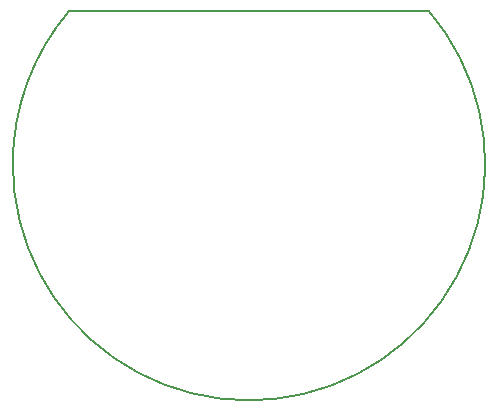
<source format=gm1>
G04 #@! TF.FileFunction,Profile,NP*
%FSLAX46Y46*%
G04 Gerber Fmt 4.6, Leading zero omitted, Abs format (unit mm)*
G04 Created by KiCad (PCBNEW 4.0.2+e4-6225~38~ubuntu14.04.1-stable) date Tue 14 Jun 2016 22:37:56 BST*
%MOMM*%
G01*
G04 APERTURE LIST*
%ADD10C,0.100000*%
%ADD11C,0.150000*%
G04 APERTURE END LIST*
D10*
D11*
X79999000Y-100000000D02*
G75*
G03X115200000Y-87000000I20001000J0D01*
G01*
X84800760Y-87000650D02*
G75*
G03X80000000Y-100000000I15199240J-12999350D01*
G01*
X85200000Y-87000000D02*
X84800000Y-87000000D01*
X86990000Y-87000000D02*
X85200000Y-87000000D01*
X88650000Y-87000000D02*
X86990000Y-87000000D01*
X89400000Y-87000000D02*
X88650000Y-87000000D01*
X90920000Y-87000000D02*
X89400000Y-87000000D01*
X94100000Y-87000000D02*
X90920000Y-87000000D01*
X96420000Y-87000000D02*
X94100000Y-87000000D01*
X100440000Y-87000000D02*
X96420000Y-87000000D01*
X103310000Y-87000000D02*
X100440000Y-87000000D01*
X106220000Y-87000000D02*
X103310000Y-87000000D01*
X115200000Y-87000000D02*
X106220000Y-87000000D01*
M02*

</source>
